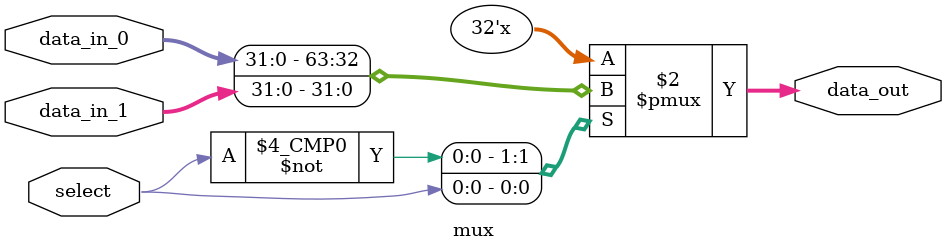
<source format=v>
module mux
(  
input select,
input [31:0] data_in_0,   
input [31:0] data_in_1, 
output reg [31:0] data_out
);
always @( * ) begin
    case(select)
    1'b0:begin
        data_out = data_in_0;
    end
    1'b1:begin
        data_out = data_in_1;
    end
    endcase
end
endmodule
</source>
